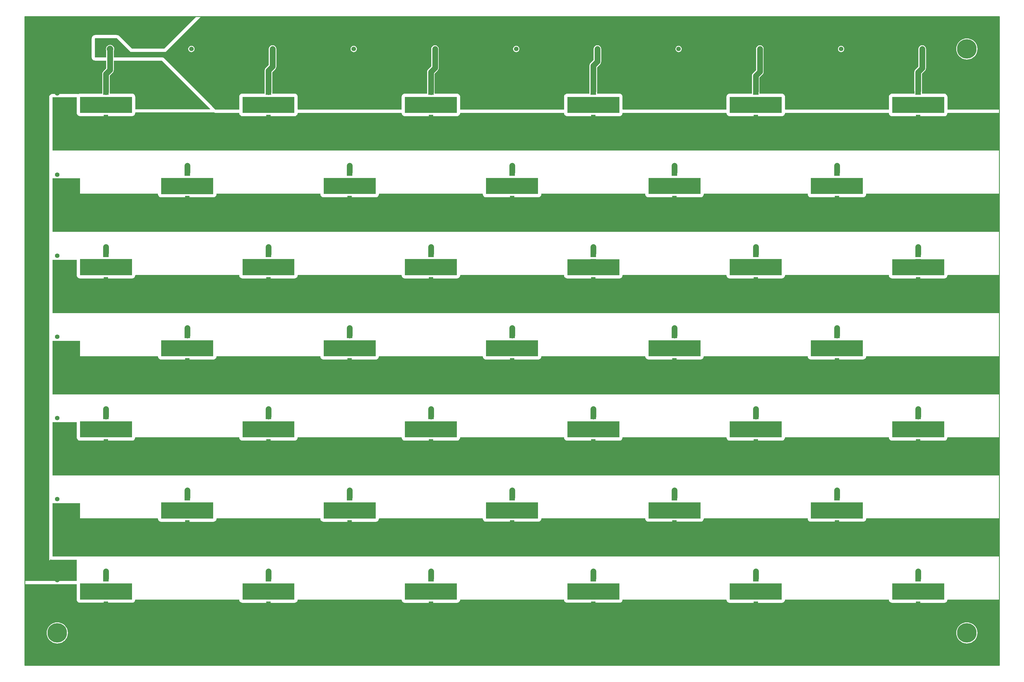
<source format=gtl>
G04*
G04 #@! TF.GenerationSoftware,Altium Limited,Altium Designer,20.0.13 (296)*
G04*
G04 Layer_Physical_Order=1*
G04 Layer_Color=255*
%FSLAX44Y44*%
%MOMM*%
G71*
G01*
G75*
%ADD12C,0.2540*%
%ADD13R,1.4000X1.2000*%
%ADD14R,1.8000X2.2000*%
%ADD15R,1.8000X1.1000*%
%ADD25C,1.8000*%
%ADD26C,2.0000*%
%ADD27C,4.0000*%
%ADD28C,6.0000*%
%ADD29R,1.4000X1.4000*%
%ADD30C,1.4000*%
%ADD31R,1.4000X1.4000*%
%ADD32C,1.2700*%
G36*
X526791Y1998827D02*
X429319Y1901308D01*
X329542Y1901308D01*
X320764Y1910086D01*
X320763Y1910086D01*
X320763Y1910086D01*
X291234Y1939616D01*
X290737Y1939997D01*
X290734Y1940000D01*
X290722Y1940009D01*
X290713Y1940021D01*
X290685Y1940042D01*
X290242Y1940486D01*
X289748Y1940864D01*
X289746Y1940866D01*
X289173Y1941197D01*
X288645Y1941602D01*
X288631Y1941608D01*
X288619Y1941618D01*
X288617Y1941619D01*
X288023Y1941863D01*
X287467Y1942184D01*
X286823Y1942357D01*
X286213Y1942610D01*
X286199Y1942612D01*
X286181Y1942619D01*
X285544Y1942701D01*
X284925Y1942867D01*
X284297Y1942950D01*
X283636Y1942951D01*
X282981Y1943038D01*
X217528Y1943088D01*
X216870Y1943002D01*
X216207Y1943003D01*
X215582Y1942921D01*
X214947Y1942751D01*
X214917Y1942747D01*
X214888Y1942735D01*
X214321Y1942583D01*
X213042Y1942242D01*
X213041Y1942241D01*
X213039Y1942240D01*
X211921Y1941595D01*
X210761Y1940927D01*
X210280Y1940558D01*
X210277Y1940556D01*
X210274Y1940553D01*
X209348Y1939628D01*
X208417Y1938698D01*
X208415Y1938694D01*
X208412Y1938692D01*
X208043Y1938211D01*
X207394Y1937086D01*
X206728Y1935934D01*
X206728Y1935932D01*
X206727Y1935930D01*
X206387Y1934665D01*
X206232Y1934084D01*
X206220Y1934056D01*
X206216Y1934026D01*
X206046Y1933391D01*
X205963Y1932766D01*
X205963Y1932103D01*
X205876Y1931446D01*
X205876Y1874948D01*
X205963Y1874292D01*
Y1873631D01*
X206040Y1873047D01*
X206040Y1873047D01*
Y1873047D01*
X206211Y1872408D01*
X206220Y1872337D01*
X206247Y1872271D01*
X206721Y1870504D01*
X207363Y1869391D01*
X208037Y1868224D01*
X208038Y1868223D01*
X209899Y1866362D01*
X212180Y1865045D01*
X213947Y1864572D01*
X214013Y1864544D01*
X214084Y1864535D01*
X214723Y1864364D01*
X214723D01*
X214723Y1864364D01*
X215307Y1864287D01*
X215968D01*
X216624Y1864200D01*
X250716Y1864200D01*
Y1840138D01*
X241770Y1831191D01*
X239920Y1828781D01*
X238757Y1825974D01*
X238361Y1822961D01*
Y1767500D01*
X238460Y1766744D01*
Y1762483D01*
X170000Y1762483D01*
X167390Y1762140D01*
X164957Y1761132D01*
X163966Y1760371D01*
X162524Y1760968D01*
X159914Y1761312D01*
X85000Y1761312D01*
X82389Y1760968D01*
X79957Y1759961D01*
X77868Y1758358D01*
X76265Y1756269D01*
X75257Y1753836D01*
X74914Y1751226D01*
Y1750000D01*
X74799D01*
Y323167D01*
X79028Y327396D01*
X79957Y326683D01*
X82389Y325676D01*
X85000Y325332D01*
X159623D01*
Y260086D01*
X0D01*
Y2000000D01*
X526304D01*
X526791Y1998827D01*
D02*
G37*
G36*
X3000000Y1713400D02*
X2999684Y1713122D01*
X2841284D01*
X2840086Y1714246D01*
Y1752118D01*
X2839743Y1754729D01*
X2838735Y1757162D01*
X2837132Y1759250D01*
X2835043Y1760853D01*
X2832610Y1761861D01*
X2830000Y1762205D01*
X2761540Y1762205D01*
Y1770075D01*
X2761640Y1770832D01*
Y1823624D01*
X2770930Y1832914D01*
X2772780Y1835325D01*
X2773943Y1838132D01*
X2774340Y1841145D01*
X2774340Y1841145D01*
Y1900000D01*
X2773943Y1903013D01*
X2772780Y1905820D01*
X2770930Y1908230D01*
X2768520Y1910080D01*
X2765713Y1911243D01*
X2762700Y1911640D01*
X2759688Y1911243D01*
X2756880Y1910080D01*
X2754470Y1908230D01*
X2752620Y1905820D01*
X2751457Y1903013D01*
X2751060Y1900000D01*
Y1845966D01*
X2741770Y1836675D01*
X2739920Y1834265D01*
X2738757Y1831457D01*
X2738361Y1828445D01*
Y1770832D01*
X2738460Y1770075D01*
Y1762205D01*
X2670000Y1762205D01*
X2667390Y1761861D01*
X2664957Y1760853D01*
X2662868Y1759250D01*
X2661265Y1757162D01*
X2660257Y1754729D01*
X2659914Y1752118D01*
Y1713122D01*
X2341331D01*
X2340086Y1714098D01*
Y1752199D01*
X2339743Y1754809D01*
X2338735Y1757242D01*
X2337132Y1759331D01*
X2335043Y1760934D01*
X2332610Y1761942D01*
X2330000Y1762285D01*
X2261540Y1762285D01*
Y1769156D01*
X2261640Y1769912D01*
Y1812591D01*
X2270930Y1821882D01*
X2272780Y1824293D01*
X2273943Y1827100D01*
X2274340Y1830112D01*
X2274339Y1830113D01*
Y1900000D01*
X2273943Y1903013D01*
X2272780Y1905820D01*
X2270930Y1908230D01*
X2268520Y1910080D01*
X2265712Y1911243D01*
X2262700Y1911640D01*
X2259688Y1911243D01*
X2256880Y1910080D01*
X2254470Y1908230D01*
X2252620Y1905820D01*
X2251457Y1903013D01*
X2251060Y1900000D01*
Y1834934D01*
X2241770Y1825643D01*
X2239920Y1823232D01*
X2238757Y1820425D01*
X2238360Y1817413D01*
Y1769912D01*
X2238460Y1769156D01*
Y1762285D01*
X2170000Y1762285D01*
X2167390Y1761942D01*
X2164957Y1760934D01*
X2162868Y1759331D01*
X2161265Y1757242D01*
X2160257Y1754809D01*
X2159914Y1752199D01*
Y1713122D01*
X1841331D01*
X1840086Y1714097D01*
Y1752199D01*
X1839743Y1754810D01*
X1838735Y1757242D01*
X1837132Y1759331D01*
X1835043Y1760934D01*
X1832611Y1761942D01*
X1830000Y1762286D01*
X1761540Y1762286D01*
Y1769156D01*
X1761640Y1769912D01*
Y1843849D01*
X1770930Y1853140D01*
X1772780Y1855551D01*
X1773943Y1858358D01*
X1774340Y1861371D01*
X1774340Y1861371D01*
Y1900000D01*
X1773943Y1903013D01*
X1772780Y1905820D01*
X1770930Y1908230D01*
X1768520Y1910080D01*
X1765712Y1911243D01*
X1762700Y1911640D01*
X1759688Y1911243D01*
X1756880Y1910080D01*
X1754470Y1908230D01*
X1752620Y1905820D01*
X1751457Y1903013D01*
X1751060Y1900000D01*
Y1866192D01*
X1741770Y1856901D01*
X1739920Y1854491D01*
X1738757Y1851683D01*
X1738360Y1848671D01*
Y1769912D01*
X1738460Y1769156D01*
Y1762286D01*
X1670000Y1762286D01*
X1667390Y1761942D01*
X1664957Y1760934D01*
X1662868Y1759331D01*
X1661265Y1757242D01*
X1660257Y1754810D01*
X1659914Y1752199D01*
Y1713122D01*
X1341311D01*
X1340086Y1714175D01*
Y1752165D01*
X1339743Y1754775D01*
X1338735Y1757208D01*
X1337132Y1759297D01*
X1335043Y1760900D01*
X1332610Y1761907D01*
X1330000Y1762251D01*
X1261540Y1762251D01*
Y1766744D01*
X1261639Y1767500D01*
Y1824441D01*
X1270930Y1833732D01*
X1272780Y1836142D01*
X1273943Y1838949D01*
X1274340Y1841962D01*
X1274340Y1841962D01*
Y1900000D01*
X1273943Y1903013D01*
X1272780Y1905820D01*
X1270930Y1908230D01*
X1268520Y1910080D01*
X1265713Y1911243D01*
X1262700Y1911640D01*
X1259687Y1911243D01*
X1256880Y1910080D01*
X1254470Y1908230D01*
X1252620Y1905820D01*
X1251457Y1903013D01*
X1251060Y1900000D01*
Y1846783D01*
X1241770Y1837493D01*
X1239920Y1835082D01*
X1238757Y1832275D01*
X1238360Y1829262D01*
Y1767500D01*
X1238460Y1766744D01*
Y1762251D01*
X1170000Y1762251D01*
X1167390Y1761907D01*
X1164957Y1760900D01*
X1162868Y1759297D01*
X1161265Y1757208D01*
X1160257Y1754775D01*
X1159914Y1752165D01*
Y1713122D01*
X841337D01*
X840086Y1713992D01*
Y1752257D01*
X839743Y1754868D01*
X838735Y1757300D01*
X837132Y1759389D01*
X835043Y1760992D01*
X832611Y1762000D01*
X830000Y1762343D01*
X761540Y1762343D01*
Y1766744D01*
X761639Y1767500D01*
Y1828530D01*
X770930Y1837821D01*
X772780Y1840232D01*
X773943Y1843039D01*
X774340Y1846051D01*
X774340Y1846052D01*
Y1900000D01*
X773943Y1903013D01*
X772780Y1905820D01*
X770930Y1908230D01*
X768520Y1910080D01*
X765713Y1911243D01*
X762700Y1911640D01*
X759688Y1911243D01*
X756880Y1910080D01*
X754470Y1908230D01*
X752620Y1905820D01*
X751457Y1903013D01*
X751060Y1900000D01*
Y1850873D01*
X741770Y1841582D01*
X739920Y1839171D01*
X738757Y1836364D01*
X738360Y1833351D01*
Y1767500D01*
X738460Y1766744D01*
Y1762343D01*
X670000Y1762343D01*
X667390Y1762000D01*
X664957Y1760992D01*
X662868Y1759389D01*
X661265Y1757300D01*
X660257Y1754868D01*
X659914Y1752257D01*
Y1713122D01*
X587587D01*
X586948Y1713206D01*
X586766Y1713282D01*
X577394Y1722654D01*
X428716Y1871332D01*
X426627Y1872935D01*
X424194Y1873943D01*
X421584Y1874287D01*
X273995Y1874287D01*
Y1894501D01*
X274917Y1896726D01*
X275348Y1900000D01*
X274917Y1903274D01*
X273654Y1906324D01*
X271644Y1908944D01*
X269024Y1910954D01*
X265974Y1912217D01*
X262700Y1912648D01*
X259426Y1912217D01*
X256376Y1910954D01*
X253756Y1908944D01*
X253412Y1908600D01*
X251402Y1905980D01*
X250139Y1902929D01*
X249708Y1899656D01*
X250139Y1896382D01*
X250716Y1894987D01*
Y1874287D01*
X216624Y1874287D01*
X216040Y1874364D01*
X215963Y1874948D01*
X215963Y1931446D01*
X216045Y1932071D01*
X216414Y1932552D01*
X216895Y1932920D01*
X217520Y1933002D01*
X282973Y1932952D01*
X283600Y1932868D01*
X283602Y1932867D01*
X283605Y1932865D01*
X284102Y1932484D01*
X313631Y1902954D01*
X313631Y1902954D01*
X313631Y1902954D01*
X325364Y1891221D01*
X433498Y1891221D01*
X542224Y2000000D01*
X3000000Y2000000D01*
Y1713400D01*
D02*
G37*
G36*
X420922Y1864200D02*
X421549Y1864118D01*
X422051Y1863733D01*
X570166Y1715618D01*
X570118Y1715172D01*
X569777Y1714348D01*
X340086D01*
Y1752397D01*
X339743Y1755007D01*
X338735Y1757440D01*
X337132Y1759529D01*
X335043Y1761132D01*
X332611Y1762140D01*
X330000Y1762483D01*
X261540Y1762483D01*
Y1766744D01*
X261640Y1767500D01*
Y1818140D01*
X270586Y1827086D01*
X272436Y1829497D01*
X273599Y1832304D01*
X273995Y1835317D01*
X273995Y1835317D01*
Y1864200D01*
X420922Y1864200D01*
D02*
G37*
G36*
X330000Y1703043D02*
X170000Y1703044D01*
Y1752397D01*
X330000Y1752397D01*
Y1703043D01*
D02*
G37*
G36*
X830000Y1702903D02*
X670000Y1702904D01*
Y1752257D01*
X830000Y1752257D01*
Y1702903D01*
D02*
G37*
G36*
X1830000Y1702846D02*
X1670000Y1702846D01*
Y1752199D01*
X1830000Y1752199D01*
Y1702846D01*
D02*
G37*
G36*
X2330000Y1702845D02*
X2170000Y1702845D01*
Y1752199D01*
X2330000Y1752199D01*
Y1702845D01*
D02*
G37*
G36*
X1330000Y1702811D02*
X1170000Y1702811D01*
Y1752165D01*
X1330000Y1752165D01*
Y1702811D01*
D02*
G37*
G36*
X2830000Y1702765D02*
X2670000Y1702765D01*
Y1752118D01*
X2830000Y1752118D01*
Y1702765D01*
D02*
G37*
G36*
X159914Y1703044D02*
X160257Y1700433D01*
X161265Y1698000D01*
X162868Y1695911D01*
X164957Y1694308D01*
X167390Y1693301D01*
X170000Y1692957D01*
X330000Y1692957D01*
X332611Y1693301D01*
X335043Y1694308D01*
X337132Y1695911D01*
X338735Y1698000D01*
X339743Y1700433D01*
X340086Y1703043D01*
Y1704262D01*
X582185D01*
X584315Y1703380D01*
X586926Y1703036D01*
X659914D01*
Y1702904D01*
X660257Y1700293D01*
X661265Y1697861D01*
X662868Y1695772D01*
X664957Y1694169D01*
X667390Y1693161D01*
X670000Y1692817D01*
X830000Y1692817D01*
X832611Y1693161D01*
X835043Y1694169D01*
X837132Y1695771D01*
X838735Y1697860D01*
X839743Y1700293D01*
X839953Y1701889D01*
X840432Y1702940D01*
X841337Y1703036D01*
X1159914D01*
Y1702811D01*
X1160257Y1700201D01*
X1161265Y1697768D01*
X1162868Y1695679D01*
X1164957Y1694076D01*
X1167390Y1693069D01*
X1170000Y1692725D01*
X1330000Y1692725D01*
X1332610Y1693069D01*
X1335043Y1694076D01*
X1337132Y1695679D01*
X1338735Y1697768D01*
X1339743Y1700201D01*
X1340086Y1702811D01*
X1341311Y1703036D01*
X1659914D01*
Y1702846D01*
X1660257Y1700235D01*
X1661265Y1697803D01*
X1662868Y1695714D01*
X1664957Y1694111D01*
X1667390Y1693103D01*
X1670000Y1692760D01*
X1830000Y1692759D01*
X1832611Y1693103D01*
X1835043Y1694111D01*
X1837132Y1695714D01*
X1838735Y1697802D01*
X1839743Y1700235D01*
X1840086Y1702846D01*
X1841331Y1703036D01*
X2159914D01*
Y1702845D01*
X2160257Y1700235D01*
X2161265Y1697802D01*
X2162868Y1695713D01*
X2164957Y1694110D01*
X2167390Y1693103D01*
X2170000Y1692759D01*
X2330000Y1692759D01*
X2332610Y1693103D01*
X2335043Y1694110D01*
X2337132Y1695713D01*
X2338735Y1697802D01*
X2339743Y1700235D01*
X2340086Y1702845D01*
X2341331Y1703036D01*
X2659914D01*
Y1702765D01*
X2660257Y1700154D01*
X2661265Y1697722D01*
X2662868Y1695633D01*
X2664957Y1694030D01*
X2667390Y1693022D01*
X2670000Y1692679D01*
X2830000Y1692679D01*
X2832610Y1693022D01*
X2835043Y1694030D01*
X2837132Y1695633D01*
X2838735Y1697722D01*
X2839743Y1700154D01*
X2840086Y1702765D01*
X2841284Y1703036D01*
X2999684D01*
X3000000Y1702759D01*
Y1586644D01*
X85000Y1586644D01*
X85000Y1751226D01*
X159914Y1751226D01*
Y1703044D01*
D02*
G37*
G36*
X2580000Y1452880D02*
X2420000Y1452880D01*
Y1502233D01*
X2580000Y1502233D01*
Y1452880D01*
D02*
G37*
G36*
X1580000Y1452831D02*
X1420000Y1452832D01*
Y1502185D01*
X1580000Y1502185D01*
Y1452831D01*
D02*
G37*
G36*
X2080000Y1452808D02*
X1920000Y1452808D01*
Y1502162D01*
X2080000Y1502162D01*
Y1452808D01*
D02*
G37*
G36*
X1080000Y1452778D02*
X920000Y1452779D01*
Y1502132D01*
X1080000Y1502132D01*
Y1452778D01*
D02*
G37*
G36*
X580000Y1452742D02*
X420000Y1452742D01*
Y1502095D01*
X580000Y1502095D01*
Y1452742D01*
D02*
G37*
G36*
X170000Y1500925D02*
Y1454262D01*
X409914D01*
Y1452742D01*
X410257Y1450131D01*
X411265Y1447699D01*
X412868Y1445610D01*
X414957Y1444007D01*
X417389Y1442999D01*
X420000Y1442656D01*
X580000Y1442655D01*
X582611Y1442999D01*
X585043Y1444007D01*
X587132Y1445610D01*
X588735Y1447699D01*
X589743Y1450131D01*
X590086Y1452742D01*
Y1454262D01*
X909914D01*
Y1452779D01*
X910257Y1450168D01*
X911265Y1447735D01*
X912868Y1445647D01*
X914957Y1444044D01*
X917390Y1443036D01*
X920000Y1442692D01*
X1080000Y1442692D01*
X1082611Y1443036D01*
X1085043Y1444043D01*
X1087132Y1445646D01*
X1088735Y1447735D01*
X1089743Y1450168D01*
X1090086Y1452778D01*
Y1454262D01*
X1409914D01*
Y1452832D01*
X1410257Y1450221D01*
X1411265Y1447788D01*
X1412868Y1445699D01*
X1414957Y1444097D01*
X1417390Y1443089D01*
X1420000Y1442745D01*
X1580000Y1442745D01*
X1582611Y1443089D01*
X1585043Y1444096D01*
X1587132Y1445699D01*
X1588735Y1447788D01*
X1589743Y1450221D01*
X1590086Y1452831D01*
Y1454262D01*
X1909914D01*
Y1452808D01*
X1910257Y1450197D01*
X1911265Y1447765D01*
X1912868Y1445676D01*
X1914957Y1444073D01*
X1917390Y1443065D01*
X1920000Y1442722D01*
X2080000Y1442722D01*
X2082610Y1443065D01*
X2085043Y1444073D01*
X2087132Y1445676D01*
X2088735Y1447765D01*
X2089743Y1450197D01*
X2090086Y1452808D01*
Y1454262D01*
X2409914D01*
Y1452880D01*
X2410257Y1450269D01*
X2411265Y1447837D01*
X2412868Y1445748D01*
X2414957Y1444145D01*
X2417390Y1443137D01*
X2420000Y1442794D01*
X2580000Y1442793D01*
X2582610Y1443137D01*
X2585043Y1444145D01*
X2587132Y1445748D01*
X2588735Y1447837D01*
X2589743Y1450269D01*
X2590086Y1452880D01*
Y1454262D01*
X2999684D01*
X3000000Y1453946D01*
Y1336644D01*
X85000Y1336644D01*
X85000Y1501226D01*
X169876D01*
X170000Y1500925D01*
D02*
G37*
G36*
X2330000Y1202835D02*
X2170000Y1202835D01*
Y1252188D01*
X2330000Y1252188D01*
Y1202835D01*
D02*
G37*
G36*
X1330000D02*
X1170000Y1202835D01*
Y1252188D01*
X1330000Y1252188D01*
Y1202835D01*
D02*
G37*
G36*
X830000D02*
X670000Y1202835D01*
Y1252188D01*
X830000Y1252188D01*
Y1202835D01*
D02*
G37*
G36*
X330000D02*
X170000Y1202835D01*
Y1252188D01*
X330000Y1252188D01*
Y1202835D01*
D02*
G37*
G36*
X2830000Y1202747D02*
X2670000Y1202747D01*
Y1252101D01*
X2830000Y1252101D01*
Y1202747D01*
D02*
G37*
G36*
X1830000D02*
X1670000Y1202747D01*
Y1252101D01*
X1830000Y1252101D01*
Y1202747D01*
D02*
G37*
G36*
X159914Y1202835D02*
X160257Y1200225D01*
X161265Y1197792D01*
X162868Y1195703D01*
X164957Y1194100D01*
X167390Y1193092D01*
X170000Y1192749D01*
X330000Y1192748D01*
X332611Y1193092D01*
X335043Y1194100D01*
X337132Y1195703D01*
X338735Y1197792D01*
X339743Y1200224D01*
X340086Y1202835D01*
X341325Y1203036D01*
X659914D01*
Y1202835D01*
X660257Y1200225D01*
X661265Y1197792D01*
X662868Y1195703D01*
X664957Y1194100D01*
X667390Y1193092D01*
X670000Y1192749D01*
X830000Y1192748D01*
X832611Y1193092D01*
X835043Y1194100D01*
X837132Y1195703D01*
X838735Y1197792D01*
X839743Y1200224D01*
X840086Y1202835D01*
X841325Y1203036D01*
X1159914D01*
Y1202835D01*
X1160257Y1200225D01*
X1161265Y1197792D01*
X1162868Y1195703D01*
X1164957Y1194100D01*
X1167390Y1193092D01*
X1170000Y1192749D01*
X1330000Y1192748D01*
X1332610Y1193092D01*
X1335043Y1194100D01*
X1337132Y1195703D01*
X1338735Y1197792D01*
X1339743Y1200224D01*
X1340086Y1202835D01*
X1341325Y1203036D01*
X1659914D01*
Y1202747D01*
X1660257Y1200136D01*
X1661265Y1197704D01*
X1662868Y1195615D01*
X1664957Y1194012D01*
X1667390Y1193004D01*
X1670000Y1192661D01*
X1830000Y1192661D01*
X1832611Y1193004D01*
X1835043Y1194012D01*
X1837132Y1195615D01*
X1838735Y1197704D01*
X1839743Y1200136D01*
X1840086Y1202747D01*
X1841274Y1203036D01*
X2159914D01*
Y1202835D01*
X2160257Y1200225D01*
X2161265Y1197792D01*
X2162868Y1195703D01*
X2164957Y1194100D01*
X2167390Y1193092D01*
X2170000Y1192749D01*
X2330000Y1192748D01*
X2332610Y1193092D01*
X2335043Y1194100D01*
X2337132Y1195703D01*
X2338735Y1197792D01*
X2339743Y1200224D01*
X2340086Y1202835D01*
X2341325Y1203036D01*
X2659914D01*
Y1202747D01*
X2660257Y1200136D01*
X2661265Y1197704D01*
X2662868Y1195615D01*
X2664957Y1194012D01*
X2667390Y1193004D01*
X2670000Y1192661D01*
X2830000Y1192661D01*
X2832610Y1193004D01*
X2835043Y1194012D01*
X2837132Y1195615D01*
X2838735Y1197704D01*
X2839743Y1200136D01*
X2840086Y1202747D01*
X2841274Y1203036D01*
X2999684D01*
X3000000Y1202720D01*
Y1085418D01*
X85000Y1085418D01*
X85000Y1250000D01*
X159914D01*
Y1202835D01*
D02*
G37*
G36*
X2580000Y952844D02*
X2420000Y952844D01*
Y1002198D01*
X2580000Y1002198D01*
Y952844D01*
D02*
G37*
G36*
X2080000D02*
X1920000Y952844D01*
Y1002198D01*
X2080000Y1002198D01*
Y952844D01*
D02*
G37*
G36*
X580000Y952752D02*
X420000Y952753D01*
Y1002106D01*
X580000Y1002106D01*
Y952752D01*
D02*
G37*
G36*
X1580000Y952724D02*
X1420000Y952724D01*
Y1002078D01*
X1580000Y1002078D01*
Y952724D01*
D02*
G37*
G36*
X1080000D02*
X920000Y952724D01*
Y1002078D01*
X1080000Y1002078D01*
Y952724D01*
D02*
G37*
G36*
X170000Y999699D02*
Y953036D01*
X409914D01*
Y952753D01*
X410257Y950142D01*
X411265Y947710D01*
X412868Y945620D01*
X414957Y944018D01*
X417389Y943010D01*
X420000Y942666D01*
X580000Y942666D01*
X582611Y943010D01*
X585043Y944017D01*
X587132Y945620D01*
X588735Y947709D01*
X589743Y950142D01*
X590086Y952752D01*
X591277Y953036D01*
X909914D01*
Y952724D01*
X910257Y950114D01*
X911265Y947681D01*
X912868Y945592D01*
X914957Y943989D01*
X917390Y942982D01*
X920000Y942638D01*
X1080000Y942638D01*
X1082611Y942981D01*
X1085043Y943989D01*
X1087132Y945592D01*
X1088735Y947681D01*
X1089743Y950114D01*
X1090086Y952724D01*
X1091261Y953036D01*
X1409914D01*
Y952724D01*
X1410257Y950114D01*
X1411265Y947681D01*
X1412868Y945592D01*
X1414957Y943989D01*
X1417390Y942982D01*
X1420000Y942638D01*
X1580000Y942638D01*
X1582611Y942981D01*
X1585043Y943989D01*
X1587132Y945592D01*
X1588735Y947681D01*
X1589743Y950114D01*
X1590086Y952724D01*
X1591261Y953036D01*
X1909914D01*
Y952844D01*
X1910257Y950234D01*
X1911265Y947801D01*
X1912868Y945712D01*
X1914957Y944109D01*
X1917390Y943102D01*
X1920000Y942758D01*
X2080000Y942758D01*
X2082610Y943102D01*
X2085043Y944109D01*
X2087132Y945712D01*
X2088735Y947801D01*
X2089743Y950234D01*
X2090086Y952844D01*
X2091330Y953036D01*
X2409914D01*
Y952844D01*
X2410257Y950234D01*
X2411265Y947801D01*
X2412868Y945712D01*
X2414957Y944109D01*
X2417390Y943102D01*
X2420000Y942758D01*
X2580000Y942758D01*
X2582610Y943102D01*
X2585043Y944109D01*
X2587132Y945712D01*
X2588735Y947801D01*
X2589743Y950234D01*
X2590086Y952844D01*
X2591330Y953036D01*
X2999684D01*
X3000000Y952720D01*
Y835418D01*
X85000Y835418D01*
X85000Y1000000D01*
X169876D01*
X170000Y999699D01*
D02*
G37*
G36*
X2830000Y702806D02*
X2670000Y702806D01*
Y752160D01*
X2830000Y752160D01*
Y702806D01*
D02*
G37*
G36*
X2330000D02*
X2170000Y702806D01*
Y752160D01*
X2330000Y752160D01*
Y702806D01*
D02*
G37*
G36*
X1830000D02*
X1670000Y702806D01*
Y752160D01*
X1830000Y752160D01*
Y702806D01*
D02*
G37*
G36*
X1330000D02*
X1170000Y702806D01*
Y752160D01*
X1330000Y752160D01*
Y702806D01*
D02*
G37*
G36*
X830000D02*
X670000Y702806D01*
Y752160D01*
X830000Y752160D01*
Y702806D01*
D02*
G37*
G36*
X330000D02*
X170000Y702806D01*
Y752160D01*
X330000Y752160D01*
Y702806D01*
D02*
G37*
G36*
X159914Y702806D02*
X160257Y700196D01*
X161265Y697763D01*
X162868Y695674D01*
X164957Y694071D01*
X167390Y693064D01*
X170000Y692720D01*
X330000Y692720D01*
X332611Y693064D01*
X335043Y694071D01*
X337132Y695674D01*
X338735Y697763D01*
X339743Y700196D01*
X340086Y702806D01*
X341308Y703036D01*
X659914D01*
Y702806D01*
X660257Y700196D01*
X661265Y697763D01*
X662868Y695674D01*
X664957Y694071D01*
X667390Y693064D01*
X670000Y692720D01*
X830000Y692720D01*
X832611Y693064D01*
X835043Y694071D01*
X837132Y695674D01*
X838735Y697763D01*
X839743Y700196D01*
X840086Y702806D01*
X841308Y703036D01*
X1159914D01*
Y702806D01*
X1160257Y700196D01*
X1161265Y697763D01*
X1162868Y695674D01*
X1164957Y694071D01*
X1167390Y693064D01*
X1170000Y692720D01*
X1330000Y692720D01*
X1332610Y693064D01*
X1335043Y694071D01*
X1337132Y695674D01*
X1338735Y697763D01*
X1339743Y700196D01*
X1340086Y702806D01*
X1341308Y703036D01*
X1659914D01*
Y702806D01*
X1660257Y700196D01*
X1661265Y697763D01*
X1662868Y695674D01*
X1664957Y694071D01*
X1667390Y693064D01*
X1670000Y692720D01*
X1830000Y692720D01*
X1832611Y693064D01*
X1835043Y694071D01*
X1837132Y695674D01*
X1838735Y697763D01*
X1839743Y700196D01*
X1840086Y702806D01*
X1841308Y703036D01*
X2159914D01*
Y702806D01*
X2160257Y700196D01*
X2161265Y697763D01*
X2162868Y695674D01*
X2164957Y694071D01*
X2167390Y693064D01*
X2170000Y692720D01*
X2330000Y692720D01*
X2332610Y693064D01*
X2335043Y694071D01*
X2337132Y695674D01*
X2338735Y697763D01*
X2339743Y700196D01*
X2340086Y702806D01*
X2341308Y703036D01*
X2659914D01*
Y702806D01*
X2660257Y700196D01*
X2661265Y697763D01*
X2662868Y695674D01*
X2664957Y694071D01*
X2667390Y693064D01*
X2670000Y692720D01*
X2830000Y692720D01*
X2832610Y693064D01*
X2835043Y694071D01*
X2837132Y695674D01*
X2838735Y697763D01*
X2839743Y700196D01*
X2840086Y702806D01*
X2841308Y703036D01*
X2999684D01*
X3000000Y702720D01*
Y585418D01*
X85000Y585418D01*
X85000Y750000D01*
X159914D01*
Y702806D01*
D02*
G37*
G36*
X2080000Y452835D02*
X1920000Y452835D01*
Y502188D01*
X2080000Y502188D01*
Y452835D01*
D02*
G37*
G36*
X1580000D02*
X1420000Y452835D01*
Y502188D01*
X1580000Y502188D01*
Y452835D01*
D02*
G37*
G36*
X2580000Y452810D02*
X2420000Y452810D01*
Y502163D01*
X2580000Y502163D01*
Y452810D01*
D02*
G37*
G36*
X1080000Y452752D02*
X920000Y452752D01*
Y502105D01*
X1080000Y502105D01*
Y452752D01*
D02*
G37*
G36*
X580000D02*
X420000Y452752D01*
Y502105D01*
X580000Y502105D01*
Y452752D01*
D02*
G37*
G36*
X170000Y499699D02*
Y453036D01*
X409914D01*
Y452752D01*
X410257Y450141D01*
X411265Y447709D01*
X412868Y445620D01*
X414957Y444017D01*
X417389Y443009D01*
X420000Y442666D01*
X580000Y442666D01*
X582611Y443009D01*
X585043Y444017D01*
X587132Y445620D01*
X588735Y447709D01*
X589743Y450141D01*
X590086Y452752D01*
X591277Y453036D01*
X909914D01*
Y452752D01*
X910257Y450141D01*
X911265Y447709D01*
X912868Y445620D01*
X914957Y444017D01*
X917390Y443009D01*
X920000Y442666D01*
X1080000Y442666D01*
X1082611Y443009D01*
X1085043Y444017D01*
X1087132Y445620D01*
X1088735Y447709D01*
X1089743Y450141D01*
X1090086Y452752D01*
X1091277Y453036D01*
X1409914D01*
Y452835D01*
X1410257Y450224D01*
X1411265Y447792D01*
X1412868Y445703D01*
X1414957Y444100D01*
X1417390Y443092D01*
X1420000Y442749D01*
X1580000Y442748D01*
X1582611Y443092D01*
X1585043Y444100D01*
X1587132Y445703D01*
X1588735Y447792D01*
X1589743Y450224D01*
X1590086Y452835D01*
X1591325Y453036D01*
X1909914D01*
Y452835D01*
X1910257Y450224D01*
X1911265Y447792D01*
X1912868Y445703D01*
X1914957Y444100D01*
X1917390Y443092D01*
X1920000Y442749D01*
X2080000Y442748D01*
X2082610Y443092D01*
X2085043Y444100D01*
X2087132Y445703D01*
X2088735Y447792D01*
X2089743Y450224D01*
X2090086Y452835D01*
X2091325Y453036D01*
X2409914D01*
Y452810D01*
X2410257Y450199D01*
X2411265Y447767D01*
X2412868Y445678D01*
X2414957Y444075D01*
X2417390Y443067D01*
X2420000Y442724D01*
X2580000Y442723D01*
X2582610Y443067D01*
X2585043Y444075D01*
X2587132Y445678D01*
X2588735Y447767D01*
X2589743Y450199D01*
X2590086Y452810D01*
X2591310Y453036D01*
X2999684D01*
X3000000Y452720D01*
Y335418D01*
X85000Y335418D01*
X85000Y500000D01*
X169876D01*
X170000Y499699D01*
D02*
G37*
G36*
X1830000Y203036D02*
X1670000Y203036D01*
Y252390D01*
X1830000Y252390D01*
Y203036D01*
D02*
G37*
G36*
X330000D02*
X170000Y203036D01*
Y252390D01*
X330000Y252390D01*
Y203036D01*
D02*
G37*
G36*
X2830000Y202848D02*
X2670000Y202848D01*
Y252202D01*
X2830000Y252202D01*
Y202848D01*
D02*
G37*
G36*
X2330000D02*
X2170000Y202848D01*
Y252202D01*
X2330000Y252202D01*
Y202848D01*
D02*
G37*
G36*
X1330000D02*
X1170000Y202848D01*
Y252202D01*
X1330000Y252202D01*
Y202848D01*
D02*
G37*
G36*
X830000D02*
X670000Y202848D01*
Y252202D01*
X830000Y252202D01*
Y202848D01*
D02*
G37*
G36*
X159914Y203036D02*
X160257Y200426D01*
X161265Y197993D01*
X162868Y195904D01*
X164957Y194301D01*
X167390Y193293D01*
X170000Y192950D01*
X330000Y192950D01*
X332611Y193293D01*
X335043Y194301D01*
X337132Y195904D01*
X338735Y197993D01*
X339743Y200425D01*
X340086Y203036D01*
X341301Y203036D01*
X659914D01*
Y202848D01*
X660257Y200238D01*
X661265Y197805D01*
X662868Y195716D01*
X664957Y194113D01*
X667390Y193106D01*
X670000Y192762D01*
X830000Y192762D01*
X832611Y193106D01*
X835043Y194113D01*
X837132Y195716D01*
X838735Y197805D01*
X839743Y200238D01*
X840086Y202848D01*
X841333Y203036D01*
X1159914D01*
Y202848D01*
X1160257Y200238D01*
X1161265Y197805D01*
X1162868Y195716D01*
X1164957Y194113D01*
X1167390Y193106D01*
X1170000Y192762D01*
X1330000Y192762D01*
X1332610Y193106D01*
X1335043Y194113D01*
X1337132Y195716D01*
X1338735Y197805D01*
X1339743Y200238D01*
X1340086Y202848D01*
X1341333Y203036D01*
X1659914D01*
X1660257Y200426D01*
X1661265Y197993D01*
X1662868Y195904D01*
X1664957Y194301D01*
X1667390Y193293D01*
X1670000Y192950D01*
X1830000Y192950D01*
X1832611Y193293D01*
X1835043Y194301D01*
X1837132Y195904D01*
X1838735Y197993D01*
X1839743Y200425D01*
X1840086Y203036D01*
X1841301Y203036D01*
X2159914D01*
Y202848D01*
X2160257Y200238D01*
X2161265Y197805D01*
X2162868Y195716D01*
X2164957Y194113D01*
X2167390Y193106D01*
X2170000Y192762D01*
X2330000Y192762D01*
X2332610Y193106D01*
X2335043Y194113D01*
X2337132Y195716D01*
X2338735Y197805D01*
X2339743Y200238D01*
X2340086Y202848D01*
X2341333Y203036D01*
X2659914D01*
Y202848D01*
X2660257Y200238D01*
X2661265Y197805D01*
X2662868Y195716D01*
X2664957Y194113D01*
X2667390Y193106D01*
X2670000Y192762D01*
X2830000Y192762D01*
X2832610Y193106D01*
X2835043Y194113D01*
X2837132Y195716D01*
X2838735Y197805D01*
X2839743Y200238D01*
X2840086Y202848D01*
X2841333Y203036D01*
X2999684D01*
X3000000Y202720D01*
Y0D01*
X0D01*
Y250000D01*
X159914D01*
Y203036D01*
D02*
G37*
%LPC*%
G36*
X2512700Y1909622D02*
X2510210Y1909294D01*
X2507889Y1908333D01*
X2505896Y1906804D01*
X2504367Y1904811D01*
X2503406Y1902491D01*
X2503078Y1900000D01*
X2503406Y1897510D01*
X2504367Y1895189D01*
X2505896Y1893196D01*
X2507889Y1891667D01*
X2510210Y1890706D01*
X2512700Y1890378D01*
X2515190Y1890706D01*
X2517511Y1891667D01*
X2519504Y1893196D01*
X2521033Y1895189D01*
X2521994Y1897510D01*
X2522322Y1900000D01*
X2521994Y1902491D01*
X2521033Y1904811D01*
X2519504Y1906804D01*
X2517511Y1908333D01*
X2515190Y1909294D01*
X2512700Y1909622D01*
D02*
G37*
G36*
X2012700D02*
X2010210Y1909294D01*
X2007889Y1908333D01*
X2005896Y1906804D01*
X2004367Y1904811D01*
X2003405Y1902491D01*
X2003078Y1900000D01*
X2003405Y1897510D01*
X2004367Y1895189D01*
X2005896Y1893196D01*
X2007889Y1891667D01*
X2010210Y1890706D01*
X2012700Y1890378D01*
X2015190Y1890706D01*
X2017511Y1891667D01*
X2019504Y1893196D01*
X2021033Y1895189D01*
X2021994Y1897510D01*
X2022322Y1900000D01*
X2021994Y1902491D01*
X2021033Y1904811D01*
X2019504Y1906804D01*
X2017511Y1908333D01*
X2015190Y1909294D01*
X2012700Y1909622D01*
D02*
G37*
G36*
X1512700D02*
X1510210Y1909294D01*
X1507889Y1908333D01*
X1505896Y1906804D01*
X1504367Y1904811D01*
X1503406Y1902491D01*
X1503078Y1900000D01*
X1503406Y1897510D01*
X1504367Y1895189D01*
X1505896Y1893196D01*
X1507889Y1891667D01*
X1510210Y1890706D01*
X1512700Y1890378D01*
X1515190Y1890706D01*
X1517511Y1891667D01*
X1519504Y1893196D01*
X1521033Y1895189D01*
X1521994Y1897510D01*
X1522322Y1900000D01*
X1521994Y1902491D01*
X1521033Y1904811D01*
X1519504Y1906804D01*
X1517511Y1908333D01*
X1515190Y1909294D01*
X1512700Y1909622D01*
D02*
G37*
G36*
X1012700D02*
X1010210Y1909294D01*
X1007889Y1908333D01*
X1005896Y1906804D01*
X1004367Y1904811D01*
X1003406Y1902491D01*
X1003078Y1900000D01*
X1003406Y1897510D01*
X1004367Y1895189D01*
X1005896Y1893196D01*
X1007889Y1891667D01*
X1010210Y1890706D01*
X1012700Y1890378D01*
X1015191Y1890706D01*
X1017511Y1891667D01*
X1019504Y1893196D01*
X1021033Y1895189D01*
X1021994Y1897510D01*
X1022322Y1900000D01*
X1021994Y1902491D01*
X1021033Y1904811D01*
X1019504Y1906804D01*
X1017511Y1908333D01*
X1015191Y1909294D01*
X1012700Y1909622D01*
D02*
G37*
G36*
X512700D02*
X510210Y1909294D01*
X507889Y1908333D01*
X505896Y1906804D01*
X504367Y1904811D01*
X503405Y1902491D01*
X503078Y1900000D01*
X503405Y1897510D01*
X504367Y1895189D01*
X505896Y1893196D01*
X507889Y1891667D01*
X510210Y1890706D01*
X512700Y1890378D01*
X515190Y1890706D01*
X517511Y1891667D01*
X519504Y1893196D01*
X521033Y1895189D01*
X521994Y1897510D01*
X522322Y1900000D01*
X521994Y1902491D01*
X521033Y1904811D01*
X519504Y1906804D01*
X517511Y1908333D01*
X515190Y1909294D01*
X512700Y1909622D01*
D02*
G37*
G36*
X2900000Y1932641D02*
X2894894Y1932239D01*
X2889914Y1931043D01*
X2885182Y1929083D01*
X2880814Y1926407D01*
X2876920Y1923080D01*
X2873593Y1919186D01*
X2870917Y1914819D01*
X2868957Y1910087D01*
X2867761Y1905106D01*
X2867359Y1900000D01*
X2867761Y1894894D01*
X2868957Y1889913D01*
X2870917Y1885181D01*
X2873593Y1880814D01*
X2876920Y1876920D01*
X2880814Y1873593D01*
X2885182Y1870917D01*
X2889914Y1868957D01*
X2894894Y1867761D01*
X2900000Y1867359D01*
X2905106Y1867761D01*
X2910086Y1868957D01*
X2914818Y1870917D01*
X2919186Y1873593D01*
X2923080Y1876920D01*
X2926407Y1880814D01*
X2929083Y1885181D01*
X2931043Y1889913D01*
X2932239Y1894894D01*
X2932641Y1900000D01*
X2932239Y1905106D01*
X2931043Y1910087D01*
X2929083Y1914819D01*
X2926407Y1919186D01*
X2923080Y1923080D01*
X2919186Y1926407D01*
X2914818Y1929083D01*
X2910086Y1931043D01*
X2905106Y1932239D01*
X2900000Y1932641D01*
D02*
G37*
G36*
Y132641D02*
X2894894Y132239D01*
X2889914Y131043D01*
X2885182Y129083D01*
X2880814Y126407D01*
X2876920Y123080D01*
X2873593Y119186D01*
X2870917Y114818D01*
X2868957Y110086D01*
X2867761Y105106D01*
X2867359Y100000D01*
X2867761Y94894D01*
X2868957Y89914D01*
X2870917Y85182D01*
X2873593Y80814D01*
X2876920Y76920D01*
X2880814Y73593D01*
X2885182Y70917D01*
X2889914Y68957D01*
X2894894Y67761D01*
X2900000Y67359D01*
X2905106Y67761D01*
X2910086Y68957D01*
X2914818Y70917D01*
X2919186Y73593D01*
X2923080Y76920D01*
X2926407Y80814D01*
X2929083Y85182D01*
X2931043Y89914D01*
X2932239Y94894D01*
X2932641Y100000D01*
X2932239Y105106D01*
X2931043Y110086D01*
X2929083Y114818D01*
X2926407Y119186D01*
X2923080Y123080D01*
X2919186Y126407D01*
X2914818Y129083D01*
X2910086Y131043D01*
X2905106Y132239D01*
X2900000Y132641D01*
D02*
G37*
G36*
X100000D02*
X94894Y132239D01*
X89914Y131043D01*
X85182Y129083D01*
X80814Y126407D01*
X76920Y123080D01*
X73593Y119186D01*
X70917Y114818D01*
X68957Y110086D01*
X67761Y105106D01*
X67359Y100000D01*
X67761Y94894D01*
X68957Y89914D01*
X70917Y85182D01*
X73593Y80814D01*
X76920Y76920D01*
X80814Y73593D01*
X85182Y70917D01*
X89914Y68957D01*
X94894Y67761D01*
X100000Y67359D01*
X105106Y67761D01*
X110086Y68957D01*
X114818Y70917D01*
X119186Y73593D01*
X123080Y76920D01*
X126407Y80814D01*
X129083Y85182D01*
X131043Y89914D01*
X132239Y94894D01*
X132641Y100000D01*
X132239Y105106D01*
X131043Y110086D01*
X129083Y114818D01*
X126407Y119186D01*
X123080Y123080D01*
X119186Y126407D01*
X114818Y129083D01*
X110086Y131043D01*
X105106Y132239D01*
X100000Y132641D01*
D02*
G37*
%LPD*%
D12*
X250000Y1741250D02*
X250000Y1741250D01*
X3000000Y0D02*
Y2000000D01*
X0D02*
X3000000D01*
X0Y0D02*
X3000000D01*
X0D02*
Y2000000D01*
D13*
X2750000Y209000D02*
D03*
Y191000D02*
D03*
Y709000D02*
D03*
Y691000D02*
D03*
Y1209000D02*
D03*
Y1191000D02*
D03*
Y1709000D02*
D03*
Y1691000D02*
D03*
X2500000Y1459000D02*
D03*
Y1441000D02*
D03*
Y441000D02*
D03*
Y459000D02*
D03*
X2250000Y209000D02*
D03*
Y191000D02*
D03*
Y709000D02*
D03*
Y691000D02*
D03*
Y1209000D02*
D03*
Y1191000D02*
D03*
Y1709000D02*
D03*
Y1691000D02*
D03*
X2000000Y1459000D02*
D03*
Y1441000D02*
D03*
Y959000D02*
D03*
Y941000D02*
D03*
Y441000D02*
D03*
Y459000D02*
D03*
X1750000Y209000D02*
D03*
Y191000D02*
D03*
Y709000D02*
D03*
Y691000D02*
D03*
Y1209000D02*
D03*
Y1191000D02*
D03*
Y1709000D02*
D03*
Y1691000D02*
D03*
X1500000Y1459000D02*
D03*
Y1441000D02*
D03*
Y959000D02*
D03*
Y941000D02*
D03*
Y441000D02*
D03*
Y459000D02*
D03*
X1250000Y209000D02*
D03*
Y191000D02*
D03*
Y709000D02*
D03*
Y691000D02*
D03*
Y1209000D02*
D03*
Y1191000D02*
D03*
Y1709000D02*
D03*
Y1691000D02*
D03*
X750000Y1709000D02*
D03*
Y1691000D02*
D03*
X1000000Y1459000D02*
D03*
Y1441000D02*
D03*
Y959000D02*
D03*
Y941000D02*
D03*
Y459000D02*
D03*
Y441000D02*
D03*
X750000Y209000D02*
D03*
Y191000D02*
D03*
X500000Y459000D02*
D03*
Y441000D02*
D03*
X250000Y709000D02*
D03*
Y691000D02*
D03*
X750000Y709000D02*
D03*
Y691000D02*
D03*
X250000Y1209000D02*
D03*
Y1191000D02*
D03*
X750000Y1209000D02*
D03*
Y1191000D02*
D03*
X250000Y1709000D02*
D03*
Y1691000D02*
D03*
X500000Y941000D02*
D03*
Y959000D02*
D03*
X2500000Y941000D02*
D03*
Y959000D02*
D03*
X500000Y1441000D02*
D03*
Y1459000D02*
D03*
X250000Y191000D02*
D03*
Y209000D02*
D03*
D14*
X2750000Y241250D02*
D03*
Y741250D02*
D03*
Y1241250D02*
D03*
Y1741250D02*
D03*
X2500000Y1491250D02*
D03*
Y991250D02*
D03*
Y491250D02*
D03*
X2250000Y241250D02*
D03*
Y741250D02*
D03*
Y1241250D02*
D03*
Y1741250D02*
D03*
X2000000Y1491250D02*
D03*
Y991250D02*
D03*
Y491250D02*
D03*
X1750000Y241250D02*
D03*
Y741250D02*
D03*
Y1241250D02*
D03*
Y1741250D02*
D03*
X1500000Y1491250D02*
D03*
Y991250D02*
D03*
Y491250D02*
D03*
X1250000Y241250D02*
D03*
Y741250D02*
D03*
Y1241250D02*
D03*
Y1741250D02*
D03*
X1000000Y1491250D02*
D03*
Y991250D02*
D03*
Y491250D02*
D03*
X750000Y241250D02*
D03*
Y741250D02*
D03*
Y1241250D02*
D03*
X250000Y1741250D02*
D03*
X750000D02*
D03*
X500000Y1491250D02*
D03*
Y991250D02*
D03*
Y491250D02*
D03*
X250000Y241250D02*
D03*
Y741250D02*
D03*
Y1241250D02*
D03*
D15*
X2750000Y263750D02*
D03*
Y763750D02*
D03*
Y1263750D02*
D03*
Y1763750D02*
D03*
X2500000Y1513750D02*
D03*
Y1013750D02*
D03*
Y513750D02*
D03*
X2250000Y263750D02*
D03*
Y763750D02*
D03*
Y1263750D02*
D03*
Y1763750D02*
D03*
X2000000Y1513750D02*
D03*
Y1013750D02*
D03*
Y513750D02*
D03*
X1750000Y263750D02*
D03*
Y763750D02*
D03*
Y1263750D02*
D03*
Y1763750D02*
D03*
X1500000Y1513750D02*
D03*
Y1013750D02*
D03*
Y513750D02*
D03*
X1250000Y263750D02*
D03*
Y763750D02*
D03*
Y1263750D02*
D03*
Y1763750D02*
D03*
X1000000Y1513750D02*
D03*
Y1013750D02*
D03*
Y513750D02*
D03*
X750000Y263750D02*
D03*
Y763750D02*
D03*
Y1263750D02*
D03*
X250000Y1763750D02*
D03*
X750000D02*
D03*
X500000Y1513750D02*
D03*
Y1013750D02*
D03*
Y513750D02*
D03*
X250000Y263750D02*
D03*
Y763750D02*
D03*
Y1263750D02*
D03*
D25*
X2750000Y267500D02*
Y290000D01*
X2250000Y267500D02*
Y290000D01*
X1750000Y267500D02*
Y290000D01*
X1250000Y267500D02*
Y290000D01*
X750000Y267500D02*
Y290000D01*
X250000Y267500D02*
Y290000D01*
X2500000Y517500D02*
Y540000D01*
X2000000Y517500D02*
Y540000D01*
X1500000Y517500D02*
Y540000D01*
X1000000Y517500D02*
Y540000D01*
X500000Y517500D02*
Y540000D01*
X2750000Y767500D02*
Y790000D01*
X2250000Y767500D02*
Y790000D01*
X1750000Y767500D02*
Y790000D01*
X1250000Y767500D02*
Y790000D01*
X750000Y767500D02*
Y790000D01*
X250000Y767500D02*
Y790000D01*
X2500000Y1017500D02*
Y1040000D01*
X2000000Y1017500D02*
Y1040000D01*
X1500000Y1017500D02*
Y1040000D01*
X1000000Y1017500D02*
Y1040000D01*
X500000Y1017500D02*
Y1040000D01*
X2750000Y1267500D02*
Y1290000D01*
X2250000Y1267500D02*
Y1290000D01*
X1750000Y1270031D02*
Y1290000D01*
X1250000Y1269653D02*
Y1290000D01*
X750000Y1267500D02*
Y1290000D01*
X250000Y1270827D02*
Y1290000D01*
X2500000Y1520160D02*
Y1540000D01*
X2000000Y1519965D02*
Y1540000D01*
X1500000Y1520355D02*
Y1540000D01*
X1000000Y1520160D02*
Y1540000D01*
X500000Y1520272D02*
Y1540000D01*
X2750000Y1770832D02*
Y1828445D01*
X2762700Y1841145D02*
Y1900000D01*
X2750000Y1828445D02*
X2762700Y1841145D01*
X2250000Y1769912D02*
Y1817413D01*
X2262700Y1830112D02*
Y1900000D01*
X2250000Y1817413D02*
X2262700Y1830112D01*
X1750000Y1769912D02*
Y1848671D01*
X1762700Y1861371D02*
Y1900000D01*
X1750000Y1848671D02*
X1762700Y1861371D01*
X1250000Y1767500D02*
Y1829262D01*
X1262700Y1841962D02*
Y1900000D01*
X1250000Y1829262D02*
X1262700Y1841962D01*
X750000Y1767500D02*
Y1833351D01*
X762700Y1846051D02*
Y1900000D01*
X750000Y1833351D02*
X762700Y1846051D01*
X250000Y1767500D02*
Y1822961D01*
X262356Y1835317D01*
Y1899656D01*
D26*
X262700Y1900000D01*
D27*
X625000Y1772500D02*
D03*
Y1927500D02*
D03*
X375000Y1772500D02*
D03*
Y1927500D02*
D03*
D28*
X2900000Y1900000D02*
D03*
Y100000D02*
D03*
X100000D02*
D03*
Y1900000D02*
D03*
D29*
Y1737300D02*
D03*
Y1487300D02*
D03*
Y1237300D02*
D03*
Y987300D02*
D03*
Y737300D02*
D03*
Y237300D02*
D03*
Y487300D02*
D03*
D30*
Y1762700D02*
D03*
Y1512700D02*
D03*
Y1262700D02*
D03*
Y1012700D02*
D03*
X262700Y1900000D02*
D03*
X762700D02*
D03*
X1262700D02*
D03*
X1762700D02*
D03*
X100000Y762700D02*
D03*
X2262700Y1900000D02*
D03*
X2762700D02*
D03*
X512700D02*
D03*
X1012700D02*
D03*
X100000Y262700D02*
D03*
X1512700Y1900000D02*
D03*
X2012700D02*
D03*
X2512700D02*
D03*
X100000Y512700D02*
D03*
D31*
X237300Y1900000D02*
D03*
X737300D02*
D03*
X1237300D02*
D03*
X1737300D02*
D03*
X2237300D02*
D03*
X2737300D02*
D03*
X487300D02*
D03*
X987300D02*
D03*
X1487300D02*
D03*
X1987300D02*
D03*
X2487300D02*
D03*
D32*
X1250000Y790000D02*
D03*
X2750000Y1290000D02*
D03*
X2500000Y1540000D02*
D03*
X2000000D02*
D03*
X2250000Y1290000D02*
D03*
X1750000D02*
D03*
X1500000Y1540000D02*
D03*
X1250000Y1290000D02*
D03*
X1500000Y1040000D02*
D03*
X2000000D02*
D03*
X2500000D02*
D03*
X2750000Y790000D02*
D03*
X2250000D02*
D03*
X1750000D02*
D03*
X2000000Y540000D02*
D03*
X2500000D02*
D03*
X2750000Y290000D02*
D03*
X2250000D02*
D03*
X1750000D02*
D03*
X1500000Y540000D02*
D03*
X1250000Y290000D02*
D03*
X1000000Y540000D02*
D03*
Y1040000D02*
D03*
Y1540000D02*
D03*
X750000Y1290000D02*
D03*
Y790000D02*
D03*
Y290000D02*
D03*
X500000Y540000D02*
D03*
Y1040000D02*
D03*
Y1540000D02*
D03*
X250000Y290000D02*
D03*
Y790000D02*
D03*
Y1290000D02*
D03*
M02*

</source>
